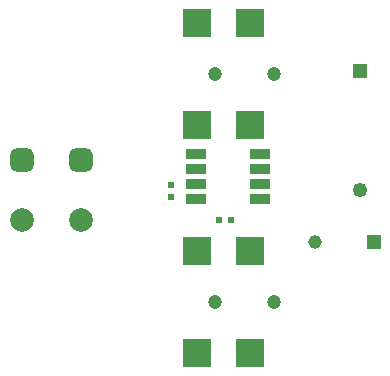
<source format=gbr>
G04*
G04 #@! TF.GenerationSoftware,Altium Limited,Altium Designer,24.9.1 (31)*
G04*
G04 Layer_Color=8388736*
%FSLAX25Y25*%
%MOIN*%
G70*
G04*
G04 #@! TF.SameCoordinates,339F8C44-8F51-4397-B52D-863AAE003943*
G04*
G04*
G04 #@! TF.FilePolarity,Negative*
G04*
G01*
G75*
%ADD16R,0.01968X0.01968*%
%ADD17R,0.01968X0.01968*%
%ADD18R,0.09461X0.09461*%
%ADD19R,0.06900X0.03200*%
%ADD20C,0.04737*%
%ADD21C,0.04528*%
%ADD22R,0.04528X0.04528*%
%ADD23C,0.04921*%
%ADD24R,0.04921X0.04921*%
G04:AMPARAMS|DCode=25|XSize=78.87mil|YSize=78.87mil|CornerRadius=21.72mil|HoleSize=0mil|Usage=FLASHONLY|Rotation=270.000|XOffset=0mil|YOffset=0mil|HoleType=Round|Shape=RoundedRectangle|*
%AMROUNDEDRECTD25*
21,1,0.07887,0.03543,0,0,270.0*
21,1,0.03543,0.07887,0,0,270.0*
1,1,0.04343,-0.01772,-0.01772*
1,1,0.04343,-0.01772,0.01772*
1,1,0.04343,0.01772,0.01772*
1,1,0.04343,0.01772,-0.01772*
%
%ADD25ROUNDEDRECTD25*%
%ADD26C,0.07887*%
D16*
X402000Y295532D02*
D03*
Y299468D02*
D03*
D17*
X418032Y288000D02*
D03*
X421969D02*
D03*
D18*
X428527Y353429D02*
D03*
Y319571D02*
D03*
X410811D02*
D03*
Y353429D02*
D03*
Y277429D02*
D03*
Y243571D02*
D03*
X428527D02*
D03*
Y277429D02*
D03*
D19*
X410500Y310000D02*
D03*
Y305000D02*
D03*
Y295000D02*
D03*
Y300000D02*
D03*
X431800Y310000D02*
D03*
Y305000D02*
D03*
Y300000D02*
D03*
Y295000D02*
D03*
D20*
X436401Y336500D02*
D03*
X416716D02*
D03*
Y260500D02*
D03*
X436401D02*
D03*
D21*
X450157Y280500D02*
D03*
D22*
X469842D02*
D03*
D23*
X465000Y298000D02*
D03*
D24*
Y337370D02*
D03*
D25*
X372185Y308000D02*
D03*
X352500D02*
D03*
D26*
Y288000D02*
D03*
X372185D02*
D03*
M02*

</source>
